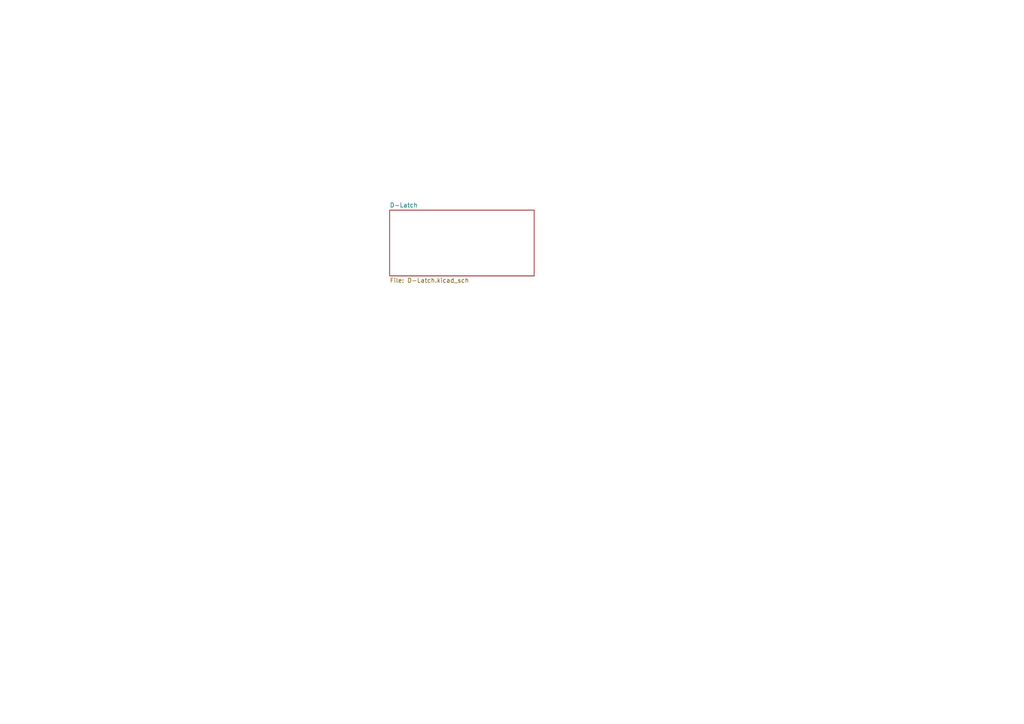
<source format=kicad_sch>
(kicad_sch (version 20230121) (generator eeschema)
  (paper "A4")
  (lib_symbols)
  (sheet (at 113.03 60.96) (size 41.91 19.05) (stroke (width 0.1524))
    (property "Sheetname" "D-Latch" (at 113.03 60.2484 0) (effects (justify left bottom)))
    (property "Sheetfile" "D-Latch.kicad_sch" (at 113.03 80.5946 0) (effects (justify left top)))
  )
  (sheet (at 431.8 181.61) (size 12.7 3.81) (stroke (width 0.1524))
    (property "Sheetname" "D-Flip-Flop" (at 431.8 180.8984 0) (effects (justify left bottom)))
    (property "Sheetfile" "D-Flip-Flop.kicad_sch" (at 431.8 186.0046 0) (effects (justify left top)))
  )
)
</source>
